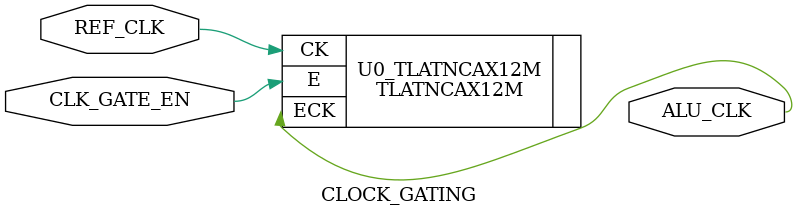
<source format=v>
module CLOCK_GATING (
                       input wire         REF_CLK,CLK_GATE_EN,
                       output wire        ALU_CLK
                     );
                       
  /*                            reg        latch;

        always @(REF_CLK or CLK_GATE_EN)
          begin
              if (!REF_CLK)
                begin
                      latch <= CLK_GATE_EN;
                 end
          end


 assign   ALU_CLK = (latch & REF_CLK ) ;

*/

TLATNCAX12M U0_TLATNCAX12M (
.E(CLK_GATE_EN),
.CK(REF_CLK),
.ECK(ALU_CLK)
);











endmodule

</source>
